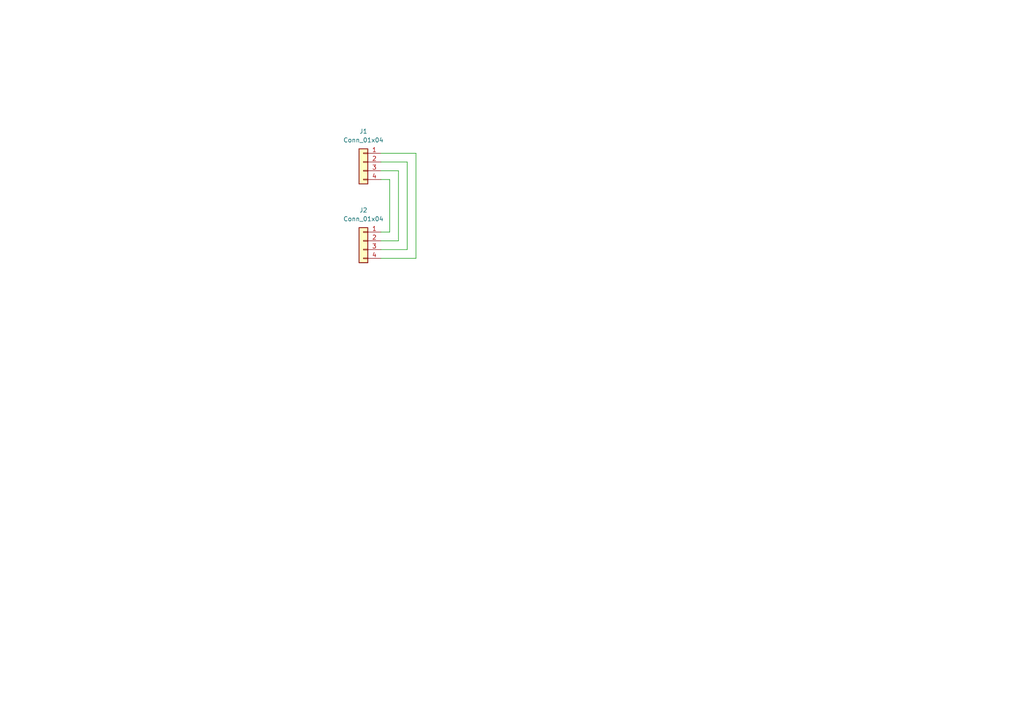
<source format=kicad_sch>
(kicad_sch (version 20211123) (generator eeschema)
  (paper "A4")
  (lib_symbols
    (symbol "Connector_Generic:Conn_01x04" (pin_names (offset 1.016) hide)
      (property "Reference" "J" (at 0 5.08 0))
      (property "Value" "Conn_01x04" (at 0 -7.62 0))
      (symbol "Conn_01x04_1_1"
        (rectangle (start -1.27 -4.953) (end 0 -5.207) (stroke (width 0.1524)))
        (rectangle (start -1.27 -2.413) (end 0 -2.667) (stroke (width 0.1524)))
        (rectangle (start -1.27 0.127) (end 0 -0.127) (stroke (width 0.1524)))
        (rectangle (start -1.27 2.667) (end 0 2.413) (stroke (width 0.1524)))
        (rectangle (start -1.27 3.81) (end 1.27 -6.35) (stroke (width 0.254)) (fill (type background)))
        (pin passive line (at -5.08 2.54 0) (length 3.81) (name "Pin_1") (number "1"))
        (pin passive line (at -5.08 0 0) (length 3.81) (name "Pin_2") (number "2"))
        (pin passive line (at -5.08 -2.54 0) (length 3.81) (name "Pin_3") (number "3"))
        (pin passive line (at -5.08 -5.08 0) (length 3.81) (name "Pin_4") (number "4"))
      )
    )
  )
  (wire (pts (xy 120.65 44.45) (xy 110.49 44.45)))
  (wire (pts (xy 113.03 52.07) (xy 113.03 67.31)))
  (wire (pts (xy 115.57 49.53) (xy 110.49 49.53)))
  (wire (pts (xy 120.65 74.93) (xy 120.65 44.45)))
  (wire (pts (xy 110.49 46.99) (xy 118.11 46.99)))
  (wire (pts (xy 115.57 69.85) (xy 115.57 49.53)))
  (wire (pts (xy 118.11 72.39) (xy 110.49 72.39)))
  (wire (pts (xy 110.49 69.85) (xy 115.57 69.85)))
  (wire (pts (xy 113.03 67.31) (xy 110.49 67.31)))
  (wire (pts (xy 118.11 46.99) (xy 118.11 72.39)))
  (wire (pts (xy 110.49 52.07) (xy 113.03 52.07)))
  (wire (pts (xy 110.49 74.93) (xy 120.65 74.93)))
  (symbol (lib_id "Connector_Generic:Conn_01x04") (at 105.41 46.99 0) (mirror y) (unit 1)
    (property "Reference" "J1" (at 105.41 38.1 0))
    (property "Value" "Conn_01x04" (at 105.41 40.64 0))
    (property "Footprint" "Strip_connector:Strip_connector" (effects hide))
  )
  (symbol (lib_id "Connector_Generic:Conn_01x04") (at 105.41 69.85 0) (mirror y) (unit 1)
    (property "Reference" "J2" (at 105.41 60.96 0))
    (property "Value" "Conn_01x04" (at 105.41 63.5 0))
    (property "Footprint" "Strip_connector:Strip_connector" (effects hide))
  )
)
</source>
